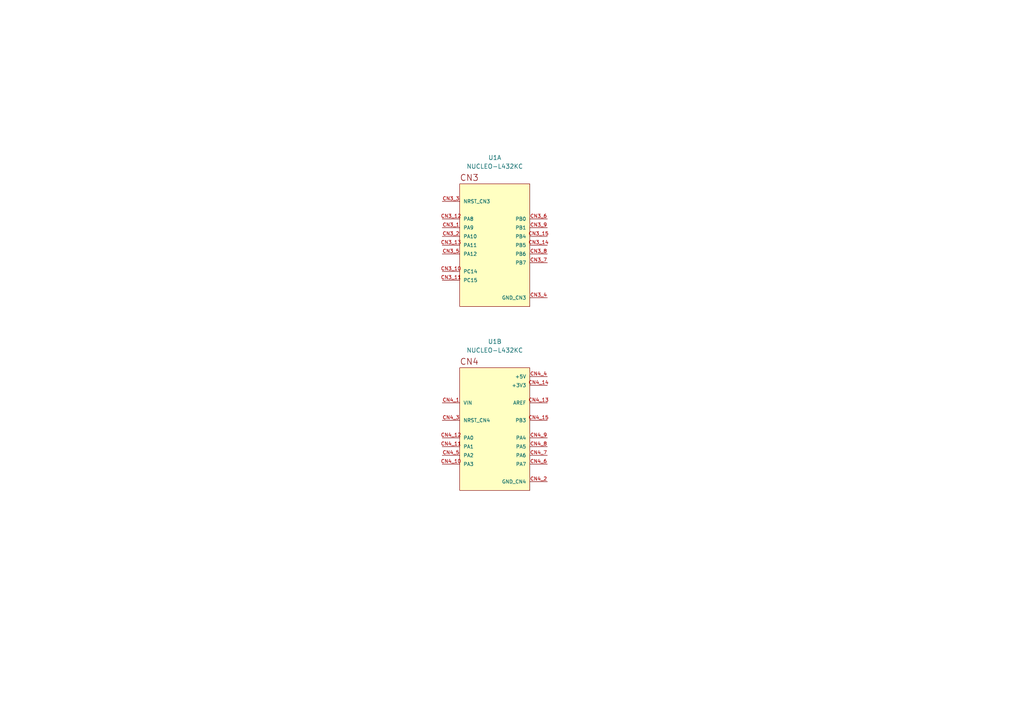
<source format=kicad_sch>
(kicad_sch (version 20231120) (generator "eeschema") (generator_version "8.0")
  (paper "A4")
  (lib_symbols
    (symbol "NUCLEO-L432KC:NUCLEO-L432KC" (pin_names (offset 1.016))
      (property "Reference" "U" (at -10.16 21.082 0))
      (property "Value" "NUCLEO-L432KC" (at -10.16 -20.32 0))
      (symbol "NUCLEO-L432KC_1_0"
        (rectangle (start -10.16 -17.78) (end 10.16 17.78) (stroke (width 0.1524)) (fill (type background)))
        (text "CN3" (at -10.16 18.542 0) (effects (font (size 1.778 1.778)) (justify left bottom)))
        (pin bidirectional line (at -15.24 5.08 0) (length 5.08) (name "PA9") (number "CN3_1"))
        (pin bidirectional line (at -15.24 -7.62 0) (length 5.08) (name "PC14") (number "CN3_10"))
        (pin bidirectional line (at -15.24 -10.16 0) (length 5.08) (name "PC15") (number "CN3_11"))
        (pin bidirectional line (at -15.24 7.62 0) (length 5.08) (name "PA8") (number "CN3_12"))
        (pin bidirectional line (at -15.24 0 0) (length 5.08) (name "PA11") (number "CN3_13"))
        (pin bidirectional line (at 15.24 0 180) (length 5.08) (name "PB5") (number "CN3_14"))
        (pin bidirectional line (at 15.24 2.54 180) (length 5.08) (name "PB4") (number "CN3_15"))
        (pin bidirectional line (at -15.24 2.54 0) (length 5.08) (name "PA10") (number "CN3_2"))
        (pin bidirectional line (at -15.24 12.7 0) (length 5.08) (name "NRST_CN3") (number "CN3_3"))
        (pin power_in line (at 15.24 -15.24 180) (length 5.08) (name "GND_CN3") (number "CN3_4"))
        (pin bidirectional line (at -15.24 -2.54 0) (length 5.08) (name "PA12") (number "CN3_5"))
        (pin bidirectional line (at 15.24 7.62 180) (length 5.08) (name "PB0") (number "CN3_6"))
        (pin bidirectional line (at 15.24 -5.08 180) (length 5.08) (name "PB7") (number "CN3_7"))
        (pin bidirectional line (at 15.24 -2.54 180) (length 5.08) (name "PB6") (number "CN3_8"))
        (pin bidirectional line (at 15.24 5.08 180) (length 5.08) (name "PB1") (number "CN3_9"))
      )
      (symbol "NUCLEO-L432KC_2_0"
        (rectangle (start -10.16 -17.78) (end 10.16 17.78) (stroke (width 0.1524)) (fill (type background)))
        (text "CN4" (at -10.16 18.542 0) (effects (font (size 1.778 1.778)) (justify left bottom)))
        (pin input line (at -15.24 7.62 0) (length 5.08) (name "VIN") (number "CN4_1"))
        (pin bidirectional line (at -15.24 -10.16 0) (length 5.08) (name "PA3") (number "CN4_10"))
        (pin bidirectional line (at -15.24 -5.08 0) (length 5.08) (name "PA1") (number "CN4_11"))
        (pin bidirectional line (at -15.24 -2.54 0) (length 5.08) (name "PA0") (number "CN4_12"))
        (pin bidirectional line (at 15.24 7.62 180) (length 5.08) (name "AREF") (number "CN4_13"))
        (pin power_in line (at 15.24 12.7 180) (length 5.08) (name "+3V3") (number "CN4_14"))
        (pin bidirectional line (at 15.24 2.54 180) (length 5.08) (name "PB3") (number "CN4_15"))
        (pin power_in line (at 15.24 -15.24 180) (length 5.08) (name "GND_CN4") (number "CN4_2"))
        (pin bidirectional line (at -15.24 2.54 0) (length 5.08) (name "NRST_CN4") (number "CN4_3"))
        (pin power_in line (at 15.24 15.24 180) (length 5.08) (name "+5V") (number "CN4_4"))
        (pin bidirectional line (at -15.24 -7.62 0) (length 5.08) (name "PA2") (number "CN4_5"))
        (pin bidirectional line (at 15.24 -10.16 180) (length 5.08) (name "PA7") (number "CN4_6"))
        (pin bidirectional line (at 15.24 -7.62 180) (length 5.08) (name "PA6") (number "CN4_7"))
        (pin bidirectional line (at 15.24 -5.08 180) (length 5.08) (name "PA5") (number "CN4_8"))
        (pin bidirectional line (at 15.24 -2.54 180) (length 5.08) (name "PA4") (number "CN4_9"))
      )
    )
  )
  (symbol (lib_id "NUCLEO-L432KC:NUCLEO-L432KC") (at 143.51 71.12 0) (unit 1)
    (property "Reference" "U1" (at 143.51 45.72 0))
    (property "Value" "NUCLEO-L432KC" (at 143.51 48.26 0))
    (property "Footprint" "NUCLEO-L432KC:MODULE_NUCLEO-L432KC" (effects (hide yes)))
    (property "PARTREV" "N/A" (effects (hide yes)))
    (property "STANDARD" "Manufacturer Recommendations" (effects (hide yes)))
    (property "MAXIMUM_PACKAGE_HEIGHT" "N/A" (effects (hide yes)))
    (property "MANUFACTURER" "ST Microelectronics" (effects (hide yes)))
  )
  (symbol (lib_id "NUCLEO-L432KC:NUCLEO-L432KC") (at 143.51 124.46 0) (unit 2)
    (property "Reference" "U1" (at 143.51 99.06 0))
    (property "Value" "NUCLEO-L432KC" (at 143.51 101.6 0))
    (property "Footprint" "NUCLEO-L432KC:MODULE_NUCLEO-L432KC" (effects (hide yes)))
    (property "PARTREV" "N/A" (effects (hide yes)))
    (property "STANDARD" "Manufacturer Recommendations" (effects (hide yes)))
    (property "MAXIMUM_PACKAGE_HEIGHT" "N/A" (effects (hide yes)))
    (property "MANUFACTURER" "ST Microelectronics" (effects (hide yes)))
  )
)
</source>
